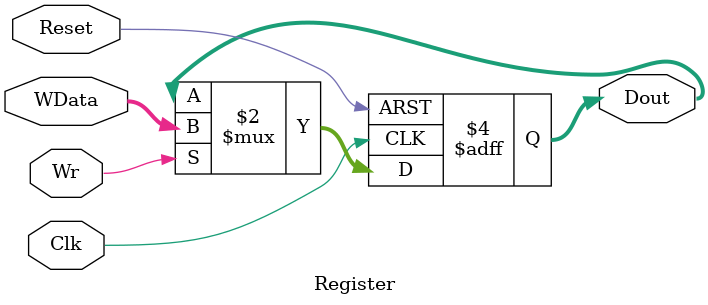
<source format=v>
module Register(Clk,Reset,WData,Wr,Dout);
   parameter N = 32;
   input Clk,Reset,Wr;
   input[N-1:0] WData;
   output[N -1:0] Dout;
   reg[N-1:0] Dout;
   
   always @(posedge Clk  or posedge Reset)
    if (Reset)
        Dout<=32'h0000_0000;
    else
       if (Wr) Dout<=WData; 
endmodule

</source>
